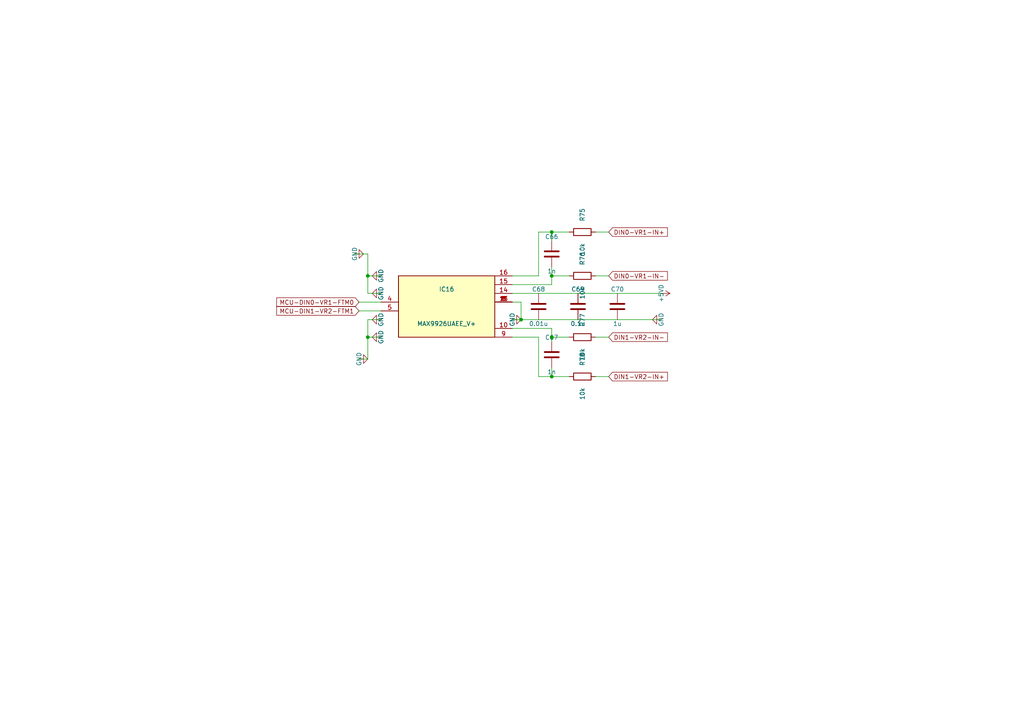
<source format=kicad_sch>
(kicad_sch (version 20231120) (generator "tokn_decoder") (generator_version "1.0")
  (paper "A4")
  (title_block (title "MAX9926 Dual VR Conditioner Analog Front End"))
  (lib_symbols
    (symbol "Device:C" (pin_numbers (hide yes)) (pin_names (offset 0.254))
      (property "Reference" "C" (at 0.635 2.54 0))
      (property "Value" "C" (at 0.635 -2.54 0))
      (symbol "C_0_1"
        (polyline (pts (xy -2.032 0.762) (xy 2.032 0.762)) (stroke (width 0.508)))
        (polyline (pts (xy -2.032 -0.762) (xy 2.032 -0.762)) (stroke (width 0.508)))
      )
      (symbol "C_1_1"
        (pin passive line (at 0 3.81 270) (length 2.794) (name "~") (number "1"))
        (pin passive line (at 0 -3.81 90) (length 2.794) (name "~") (number "2"))
      )
    )
    (symbol "tokn:MAX9926UAEE_V+"
      (property "Reference" "IC" (at 21.05 -8.89 0))
      (property "Value" "MAX9926UAEE_V+" (at 21.05 -6.3500000000000005 0))
      (symbol "MAX9926UAEE_V+_1_1"
        (rectangle (start -13.97 -8.89) (end 13.97 8.89) (stroke (width 0.254)) (fill (type background)))
        (pin passive line (at 19.05000000000001 3.8100000000000023 180) (length 5.080000000000011) (name "~") (number "14"))
        (pin passive line (at 19.05000000000001 1.2700000000000102 180) (length 5.080000000000011) (name "~") (number "1"))
        (pin passive line (at 19.05000000000001 1.2700000000000102 180) (length 5.080000000000011) (name "~") (number "3"))
        (pin passive line (at 19.05000000000001 1.2700000000000102 180) (length 5.080000000000011) (name "~") (number "6"))
        (pin passive line (at 19.05000000000001 1.2700000000000102 180) (length 5.080000000000011) (name "~") (number "8"))
        (pin passive line (at 19.05000000000001 1.2700000000000102 180) (length 5.080000000000011) (name "~") (number "11"))
        (pin passive line (at 19.05000000000001 1.2700000000000102 180) (length 5.080000000000011) (name "~") (number "13"))
        (pin passive line (at -19.049999999999997 1.2700000000000102 0) (length 5.0799999999999965) (name "~") (number "4"))
        (pin passive line (at -19.049999999999997 -1.269999999999996 0) (length 5.0799999999999965) (name "~") (number "5"))
        (pin passive line (at 19.05000000000001 -8.89 180) (length 5.080000000000011) (name "~") (number "9"))
        (pin passive line (at 19.05000000000001 8.89 180) (length 5.080000000000011) (name "~") (number "16"))
        (pin passive line (at 19.05000000000001 6.3500000000000085 180) (length 5.080000000000011) (name "~") (number "15"))
        (pin passive line (at 19.05000000000001 -6.349999999999994 180) (length 5.080000000000011) (name "~") (number "10"))
      )
    )
    (symbol "Device:R" (pin_numbers (hide yes)) (pin_names (offset 0))
      (property "Reference" "R" (at 2.032 0 90))
      (property "Value" "R" (at 0 0 90))
      (symbol "R_0_1"
        (rectangle (start -1.016 -2.54) (end 1.016 2.54) (stroke (width 0.254)))
      )
      (symbol "R_1_1"
        (pin passive line (at 0 3.81 270) (length 1.27) (name "~") (number "1"))
        (pin passive line (at 0 -3.81 90) (length 1.27) (name "~") (number "2"))
      )
    )
    (symbol "power:+5VD" (power) (pin_numbers (hide yes)) (pin_names (offset 0) (hide yes))
      (property "Value" "+5VD" (at 0 3.556 0))
      (symbol "+5VD_0_1"
        (polyline (pts (xy -0.762 1.27) (xy 0 2.54)))
        (polyline (pts (xy 0 2.54) (xy 0.762 1.27)))
        (polyline (pts (xy 0 0) (xy 0 2.54)))
      )
      (symbol "+5VD_1_1"
        (pin power_in line (at 0 0 90) (length 0) (name "~") (number "1"))
      )
    )
    (symbol "power:GND" (power) (pin_numbers (hide yes)) (pin_names (offset 0) (hide yes))
      (property "Value" "GND" (at 0 -3.81 0))
      (symbol "GND_0_1"
        (polyline (pts (xy 0 0) (xy 0 -1.27) (xy 1.27 -1.27) (xy 0 -2.54) (xy -1.27 -1.27) (xy 0 -1.27)))
      )
      (symbol "GND_1_1"
        (pin power_in line (at 0 0 270) (length 0) (name "~") (number "1"))
      )
    )
  )
  (junction (at 151.13 92.71))
  (junction (at 106.68 80.01))
  (junction (at 106.68 97.79))
  (junction (at 160.02 109.22))
  (junction (at 160.02 67.31))
  (junction (at 160.02 80.01))
  (junction (at 160.02 97.79))
  (wire (pts (xy 156.21 85.09) (xy 167.64 85.09)))
  (wire (pts (xy 148.59 85.09) (xy 156.21 85.09)))
  (wire (pts (xy 167.64 85.09) (xy 179.07 85.09)))
  (wire (pts (xy 179.07 85.09) (xy 191.77 85.09)))
  (wire (pts (xy 179.07 92.71) (xy 191.77 92.71)))
  (wire (pts (xy 151.13 92.71) (xy 156.21 92.71)))
  (wire (pts (xy 167.64 92.71) (xy 179.07 92.71)))
  (wire (pts (xy 148.59 92.71) (xy 151.13 92.71)))
  (wire (pts (xy 156.21 92.71) (xy 167.64 92.71)))
  (wire (pts (xy 148.59 87.63) (xy 151.13 87.63)))
  (wire (pts (xy 151.13 87.63) (xy 151.13 92.71)))
  (wire (pts (xy 106.68 80.01) (xy 110.49 80.01)))
  (wire (pts (xy 106.68 73.66) (xy 102.87 73.66)))
  (wire (pts (xy 106.68 85.09) (xy 106.68 80.01)))
  (wire (pts (xy 106.68 80.01) (xy 106.68 73.66)))
  (wire (pts (xy 110.49 85.09) (xy 106.68 85.09)))
  (wire (pts (xy 106.68 104.14) (xy 104.14 104.14)))
  (wire (pts (xy 110.49 92.71) (xy 106.68 92.71)))
  (wire (pts (xy 106.68 97.79) (xy 110.49 97.79)))
  (wire (pts (xy 106.68 97.79) (xy 106.68 104.14)))
  (wire (pts (xy 106.68 92.71) (xy 106.68 97.79)))
  (wire (pts (xy 172.72 67.31) (xy 176.53 67.31)))
  (wire (pts (xy 172.72 80.01) (xy 176.53 80.01)))
  (wire (pts (xy 172.72 109.22) (xy 176.53 109.22)))
  (wire (pts (xy 172.72 97.79) (xy 176.53 97.79)))
  (wire (pts (xy 104.14 87.63) (xy 110.49 87.63)))
  (wire (pts (xy 104.14 90.17) (xy 110.49 90.17)))
  (wire (pts (xy 160.02 109.22) (xy 165.1 109.22)))
  (wire (pts (xy 156.21 97.79) (xy 156.21 109.22)))
  (wire (pts (xy 148.59 97.79) (xy 156.21 97.79)))
  (wire (pts (xy 156.21 109.22) (xy 160.02 109.22)))
  (wire (pts (xy 160.02 106.68) (xy 160.02 109.22)))
  (wire (pts (xy 156.21 80.01) (xy 148.59 80.01)))
  (wire (pts (xy 156.21 67.31) (xy 160.02 67.31)))
  (wire (pts (xy 160.02 67.31) (xy 160.02 69.85)))
  (wire (pts (xy 160.02 67.31) (xy 165.1 67.31)))
  (wire (pts (xy 156.21 80.01) (xy 156.21 67.31)))
  (wire (pts (xy 148.59 82.55) (xy 160.02 82.55)))
  (wire (pts (xy 160.02 82.55) (xy 160.02 80.01)))
  (wire (pts (xy 160.02 80.01) (xy 165.1 80.01)))
  (wire (pts (xy 160.02 80.01) (xy 160.02 77.47)))
  (wire (pts (xy 148.59 95.25) (xy 160.02 95.25)))
  (wire (pts (xy 160.02 97.79) (xy 165.1 97.79)))
  (wire (pts (xy 160.02 95.25) (xy 160.02 97.79)))
  (wire (pts (xy 160.02 97.79) (xy 160.02 99.06)))
  (global_label "DIN0-VR1-IN+" (shape input) (at 176.53 67.31 0) (property "Intersheetrefs" "${INTERSHEET_REFS}" (effects (hide yes))))
  (global_label "DIN0-VR1-IN-" (shape input) (at 176.53 80.01 0) (property "Intersheetrefs" "${INTERSHEET_REFS}" (effects (hide yes))))
  (global_label "DIN1-VR2-IN+" (shape input) (at 176.53 109.22 0) (property "Intersheetrefs" "${INTERSHEET_REFS}" (effects (hide yes))))
  (global_label "DIN1-VR2-IN-" (shape input) (at 176.53 97.79 0) (property "Intersheetrefs" "${INTERSHEET_REFS}" (effects (hide yes))))
  (global_label "MCU-DIN0-VR1-FTM0" (shape input) (at 104.14 87.63 180) (property "Intersheetrefs" "${INTERSHEET_REFS}" (effects (hide yes))))
  (global_label "MCU-DIN1-VR2-FTM1" (shape input) (at 104.14 90.17 180) (property "Intersheetrefs" "${INTERSHEET_REFS}" (effects (hide yes))))
  (symbol (lib_id "Device:C") (at 160.02 73.66 0) (unit 1)
    (property "Reference" "C66" (at 160.02 68.66 0))
    (property "Value" "1n" (at 160.02 78.66 0))
    (property "Footprint" "Capacitor_SMD:C_0603_1608Metric" (effects (hide yes)))
  )
  (symbol (lib_id "Device:C") (at 160.02 102.87 0) (unit 1)
    (property "Reference" "C67" (at 160.02 97.87 0))
    (property "Value" "1n" (at 160.02 107.87 0))
    (property "Footprint" "Capacitor_SMD:C_0603_1608Metric" (effects (hide yes)))
  )
  (symbol (lib_id "Device:C") (at 156.21 88.9 0) (unit 1)
    (property "Reference" "C68" (at 156.21 83.9 0))
    (property "Value" "0.01u" (at 156.21 93.9 0))
    (property "Footprint" "Capacitor_SMD:C_0603_1608Metric" (effects (hide yes)))
  )
  (symbol (lib_id "Device:C") (at 167.64 88.9 0) (unit 1)
    (property "Reference" "C69" (at 167.64 83.9 0))
    (property "Value" "0.1u" (at 167.64 93.9 0))
    (property "Footprint" "Capacitor_SMD:C_0603_1608Metric" (effects (hide yes)))
  )
  (symbol (lib_id "Device:C") (at 179.07 88.9 0) (unit 1)
    (property "Reference" "C70" (at 179.07 83.9 0))
    (property "Value" "1u" (at 179.07 93.9 0))
    (property "Footprint" "Capacitor_SMD:C_0603_1608Metric" (effects (hide yes)))
  )
  (symbol (lib_id "tokn:MAX9926UAEE_V+") (at 129.54 88.9 0) (unit 1)
    (property "Reference" "IC16" (at 129.54 83.9 0))
    (property "Value" "MAX9926UAEE_V+" (at 129.54 93.9 0))
    (property "Footprint" "Package_SO:TSSOP-14_4.4x5mm_P0.65mm" (effects (hide yes)))
  )
  (symbol (lib_id "Device:R") (at 168.91 67.31 90) (unit 1)
    (property "Reference" "R75" (at 168.91 62.31 0))
    (property "Value" "10k" (at 168.91 72.31 0))
    (property "Footprint" "Resistor_SMD:R_0603_1608Metric" (effects (hide yes)))
  )
  (symbol (lib_id "Device:R") (at 168.91 80.01 90) (unit 1)
    (property "Reference" "R76" (at 168.91 75.01 0))
    (property "Value" "10k" (at 168.91 85.01 0))
    (property "Footprint" "Resistor_SMD:R_0603_1608Metric" (effects (hide yes)))
  )
  (symbol (lib_id "Device:R") (at 168.91 97.79 90) (unit 1)
    (property "Reference" "R77" (at 168.91 92.79 0))
    (property "Value" "10k" (at 168.91 102.79 0))
    (property "Footprint" "Resistor_SMD:R_0603_1608Metric" (effects (hide yes)))
  )
  (symbol (lib_id "Device:R") (at 168.91 109.22 90) (unit 1)
    (property "Reference" "R78" (at 168.91 104.22 0))
    (property "Value" "10k" (at 168.91 114.22 0))
    (property "Footprint" "Resistor_SMD:R_0603_1608Metric" (effects (hide yes)))
  )
  (symbol (lib_id "power:+5VD") (at 191.77 85.09 270) (unit 1)
    (property "Reference" "#PWR01" (effects (hide yes)))
    (property "Value" "+5VD" (at 191.77 85.09 0))
  )
  (symbol (lib_id "power:GND") (at 191.77 92.71 270) (unit 1)
    (property "Reference" "#PWR02" (effects (hide yes)))
    (property "Value" "GND" (at 191.77 92.71 0))
  )
  (symbol (lib_id "power:GND") (at 148.59 92.71 90) (unit 1)
    (property "Reference" "#PWR03" (effects (hide yes)))
    (property "Value" "GND" (at 148.59 92.71 0))
  )
  (symbol (lib_id "power:GND") (at 110.49 80.01 270) (unit 1)
    (property "Reference" "#PWR04" (effects (hide yes)))
    (property "Value" "GND" (at 110.49 80.01 0))
  )
  (symbol (lib_id "power:GND") (at 102.87 73.66 90) (unit 1)
    (property "Reference" "#PWR05" (effects (hide yes)))
    (property "Value" "GND" (at 102.87 73.66 0))
  )
  (symbol (lib_id "power:GND") (at 110.49 85.09 270) (unit 1)
    (property "Reference" "#PWR06" (effects (hide yes)))
    (property "Value" "GND" (at 110.49 85.09 0))
  )
  (symbol (lib_id "power:GND") (at 104.14 104.14 90) (unit 1)
    (property "Reference" "#PWR07" (effects (hide yes)))
    (property "Value" "GND" (at 104.14 104.14 0))
  )
  (symbol (lib_id "power:GND") (at 110.49 92.71 270) (unit 1)
    (property "Reference" "#PWR08" (effects (hide yes)))
    (property "Value" "GND" (at 110.49 92.71 0))
  )
  (symbol (lib_id "power:GND") (at 110.49 97.79 270) (unit 1)
    (property "Reference" "#PWR09" (effects (hide yes)))
    (property "Value" "GND" (at 110.49 97.79 0))
  )
)
</source>
